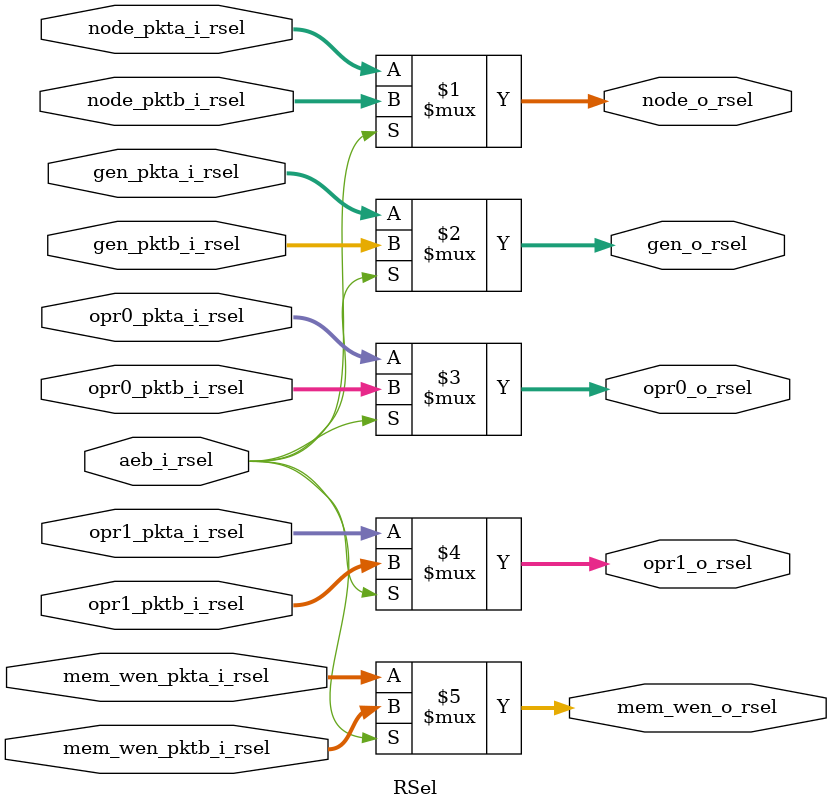
<source format=v>
module RSel(
  node_pkta_i_rsel,
  gen_pkta_i_rsel,
  opr0_pkta_i_rsel,
  opr1_pkta_i_rsel,
  mem_wen_pkta_i_rsel,
  node_pktb_i_rsel,
  gen_pktb_i_rsel,
  opr0_pktb_i_rsel,
  opr1_pktb_i_rsel,
  mem_wen_pktb_i_rsel,
  aeb_i_rsel,


  node_o_rsel,
  gen_o_rsel,
  opr0_o_rsel,
  opr1_o_rsel,
  mem_wen_o_rsel
  
  );
  
  
  /***********************************************************/
  /*           DEFINITION OF INPUT SIGNALS                   */
  /***********************************************************/

  input [15:0]  node_pkta_i_rsel;
  input [11:0]  gen_pkta_i_rsel;
  input [31:0]  opr0_pkta_i_rsel;
  input [31:0]  opr1_pkta_i_rsel;
  input [1:0]   mem_wen_pkta_i_rsel;
  input [15:0]  node_pktb_i_rsel;
  input [11:0]  gen_pktb_i_rsel;
  input [31:0]  opr0_pktb_i_rsel;
  input [31:0]  opr1_pktb_i_rsel;
  input [1:0]   mem_wen_pktb_i_rsel;
  input         aeb_i_rsel;


  /***********************************************************/
  /*           DEFINITION OF OUTPUT SIGNALS                  */
  /***********************************************************/

  output [15:0]	node_o_rsel;
  output [11:0]	gen_o_rsel;
  output [31:0]	opr0_o_rsel;
  output [31:0]	opr1_o_rsel;
  output [1:0]	mem_wen_o_rsel;
  
  
  /***********************************************************/
  /*                        OUT                              */ 
  /***********************************************************/

  assign 	node_o_rsel = aeb_i_rsel? node_pktb_i_rsel: node_pkta_i_rsel;
  assign 	gen_o_rsel = aeb_i_rsel? gen_pktb_i_rsel: gen_pkta_i_rsel;
  assign 	opr0_o_rsel = aeb_i_rsel? opr0_pktb_i_rsel: opr0_pkta_i_rsel;
  assign 	opr1_o_rsel = aeb_i_rsel? opr1_pktb_i_rsel: opr1_pkta_i_rsel;
  assign 	mem_wen_o_rsel = aeb_i_rsel? mem_wen_pktb_i_rsel: mem_wen_pkta_i_rsel;


endmodule // RSel

</source>
